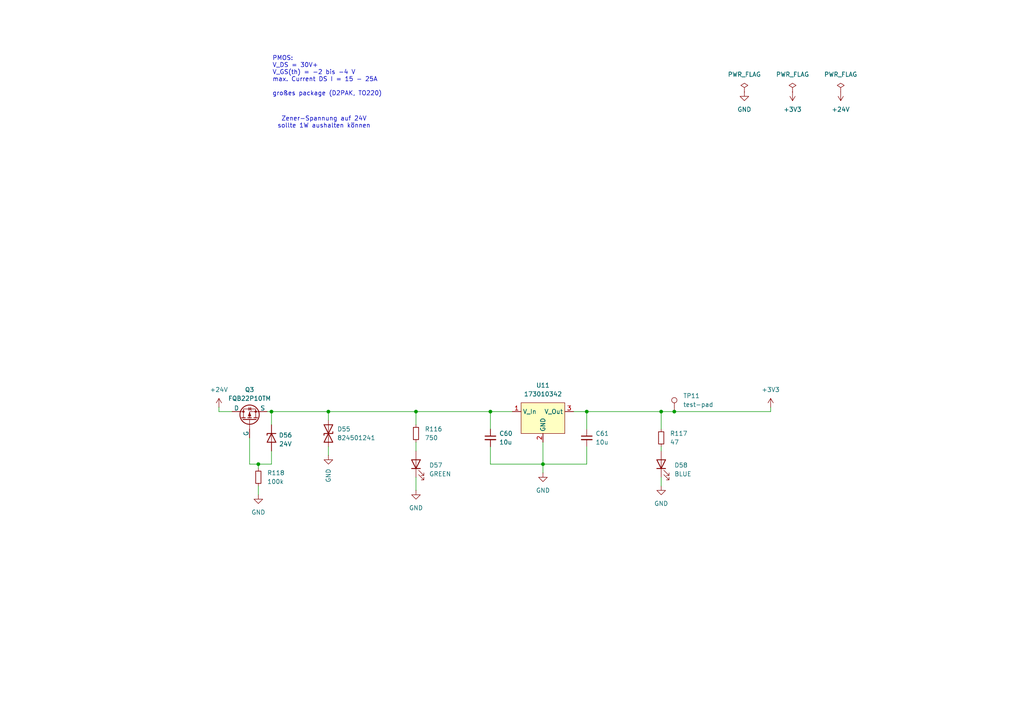
<source format=kicad_sch>
(kicad_sch (version 20231120) (generator "eeschema") (generator_version "8.0")
  (paper "A4")
  (title_block (title "PDU FT25") (date "2024-11-23") (rev "V1.1") (company "Janek Herm") (comment 1 "FaSTTUBe Electronics"))
  (lib_symbols
    (symbol "Connector:TestPoint" (pin_numbers hide) (pin_names (offset 0.762) hide)
      (property "Reference" "TP" (at 0 6.858 0))
      (property "Value" "TestPoint" (at 0 5.08 0))
      (symbol "TestPoint_0_1"
        (circle (center 0 3.302) (radius 0.762))
      )
      (symbol "TestPoint_1_1"
        (pin passive line (at 0 0 90) (length 2.54) (name "1") (number "1"))
      )
    )
    (symbol "Device:C_Small" (pin_numbers hide) (pin_names (offset 0.254) hide)
      (property "Reference" "C" (at 0.254 1.778 0))
      (property "Value" "C_Small" (at 0.254 -2.032 0))
      (symbol "C_Small_0_1"
        (polyline (pts (xy -1.524 -0.508) (xy 1.524 -0.508)) (stroke (width 0.3302)))
        (polyline (pts (xy -1.524 0.508) (xy 1.524 0.508)) (stroke (width 0.3048)))
      )
      (symbol "C_Small_1_1"
        (pin passive line (at 0 2.54 270) (length 2.032) (name "~") (number "1"))
        (pin passive line (at 0 -2.54 90) (length 2.032) (name "~") (number "2"))
      )
    )
    (symbol "Device:D_TVS" (pin_numbers hide) (pin_names (offset 1.016) hide)
      (property "Reference" "D" (at 0 2.54 0))
      (property "Value" "D_TVS" (at 0 -2.54 0))
      (symbol "D_TVS_0_1"
        (polyline (pts (xy 1.27 0) (xy -1.27 0)))
        (polyline (pts (xy 0.508 1.27) (xy 0 1.27) (xy 0 -1.27) (xy -0.508 -1.27)) (stroke (width 0.254)))
        (polyline (pts (xy -2.54 1.27) (xy -2.54 -1.27) (xy 2.54 1.27) (xy 2.54 -1.27) (xy -2.54 1.27)) (stroke (width 0.254)))
      )
      (symbol "D_TVS_1_1"
        (pin passive line (at -3.81 0 0) (length 2.54) (name "A1") (number "1"))
        (pin passive line (at 3.81 0 180) (length 2.54) (name "A2") (number "2"))
      )
    )
    (symbol "Device:D_Zener" (pin_numbers hide) (pin_names (offset 1.016) hide)
      (property "Reference" "D" (at 0 2.54 0))
      (property "Value" "D_Zener" (at 0 -2.54 0))
      (symbol "D_Zener_0_1"
        (polyline (pts (xy 1.27 0) (xy -1.27 0)))
        (polyline (pts (xy -1.27 -1.27) (xy -1.27 1.27) (xy -0.762 1.27)) (stroke (width 0.254)))
        (polyline (pts (xy 1.27 -1.27) (xy 1.27 1.27) (xy -1.27 0) (xy 1.27 -1.27)) (stroke (width 0.254)))
      )
      (symbol "D_Zener_1_1"
        (pin passive line (at -3.81 0 0) (length 2.54) (name "K") (number "1"))
        (pin passive line (at 3.81 0 180) (length 2.54) (name "A") (number "2"))
      )
    )
    (symbol "Device:LED" (pin_numbers hide) (pin_names (offset 1.016) hide)
      (property "Reference" "D" (at 0 2.54 0))
      (property "Value" "LED" (at 0 -2.54 0))
      (symbol "LED_0_1"
        (polyline (pts (xy -1.27 -1.27) (xy -1.27 1.27)) (stroke (width 0.254)))
        (polyline (pts (xy -1.27 0) (xy 1.27 0)))
        (polyline (pts (xy 1.27 -1.27) (xy 1.27 1.27) (xy -1.27 0) (xy 1.27 -1.27)) (stroke (width 0.254)))
        (polyline (pts (xy -3.048 -0.762) (xy -4.572 -2.286) (xy -3.81 -2.286) (xy -4.572 -2.286) (xy -4.572 -1.524)))
        (polyline (pts (xy -1.778 -0.762) (xy -3.302 -2.286) (xy -2.54 -2.286) (xy -3.302 -2.286) (xy -3.302 -1.524)))
      )
      (symbol "LED_1_1"
        (pin passive line (at -3.81 0 0) (length 2.54) (name "K") (number "1"))
        (pin passive line (at 3.81 0 180) (length 2.54) (name "A") (number "2"))
      )
    )
    (symbol "Device:R_Small" (pin_numbers hide) (pin_names (offset 0.254) hide)
      (property "Reference" "R" (at 0.762 0.508 0))
      (property "Value" "R_Small" (at 0.762 -1.016 0))
      (symbol "R_Small_0_1"
        (rectangle (start -0.762 1.778) (end 0.762 -1.778) (stroke (width 0.2032)))
      )
      (symbol "R_Small_1_1"
        (pin passive line (at 0 2.54 270) (length 0.762) (name "~") (number "1"))
        (pin passive line (at 0 -2.54 90) (length 0.762) (name "~") (number "2"))
      )
    )
    (symbol "FaSTTUBe_Voltage_Regulators:MagI3C-WPME-FDSM"
      (property "Reference" "U" (at 0 6.858 0))
      (property "Value" "WPME-FDSM" (at -0.254 4.826 0))
      (symbol "MagI3C-WPME-FDSM_1_1"
        (rectangle (start -6.35 3.81) (end 6.35 -5.08) (fill (type background)))
        (pin input line (at -8.89 1.27 0) (length 2.54) (name "V_In") (number "1"))
        (pin power_in line (at 0 -7.62 90) (length 2.54) (name "GND") (number "2"))
        (pin passive line (at 8.89 1.27 180) (length 2.54) (name "V_Out") (number "3"))
      )
    )
    (symbol "Simulation_SPICE:PMOS" (pin_numbers hide) (pin_names (offset 0))
      (property "Reference" "Q" (at 5.08 1.27 0))
      (property "Value" "PMOS" (at 5.08 -1.27 0))
      (symbol "PMOS_0_1"
        (polyline (pts (xy 0.254 0) (xy -2.54 0)))
        (polyline (pts (xy 0.254 1.905) (xy 0.254 -1.905)) (stroke (width 0.254)))
        (polyline (pts (xy 0.762 -1.27) (xy 0.762 -2.286)) (stroke (width 0.254)))
        (polyline (pts (xy 0.762 0.508) (xy 0.762 -0.508)) (stroke (width 0.254)))
        (polyline (pts (xy 0.762 2.286) (xy 0.762 1.27)) (stroke (width 0.254)))
        (polyline (pts (xy 2.54 2.54) (xy 2.54 1.778)))
        (polyline (pts (xy 2.54 -2.54) (xy 2.54 0) (xy 0.762 0)))
        (polyline (pts (xy 0.762 1.778) (xy 3.302 1.778) (xy 3.302 -1.778) (xy 0.762 -1.778)))
        (polyline (pts (xy 2.286 0) (xy 1.27 0.381) (xy 1.27 -0.381) (xy 2.286 0)) (fill (type outline)))
        (polyline (pts (xy 2.794 -0.508) (xy 2.921 -0.381) (xy 3.683 -0.381) (xy 3.81 -0.254)))
        (polyline (pts (xy 3.302 -0.381) (xy 2.921 0.254) (xy 3.683 0.254) (xy 3.302 -0.381)))
        (circle (center 1.651 0) (radius 2.794) (stroke (width 0.254)))
        (circle (center 2.54 -1.778) (radius 0.254) (fill (type outline)))
        (circle (center 2.54 1.778) (radius 0.254) (fill (type outline)))
      )
      (symbol "PMOS_1_1"
        (pin passive line (at 2.54 5.08 270) (length 2.54) (name "D") (number "1"))
        (pin input line (at -5.08 0 0) (length 2.54) (name "G") (number "2"))
        (pin passive line (at 2.54 -5.08 90) (length 2.54) (name "S") (number "3"))
      )
    )
    (symbol "power:+24V" (power) (pin_numbers hide) (pin_names (offset 0) hide)
      (property "Value" "+24V" (at 0 3.556 0))
      (symbol "+24V_0_1"
        (polyline (pts (xy -0.762 1.27) (xy 0 2.54)))
        (polyline (pts (xy 0 0) (xy 0 2.54)))
        (polyline (pts (xy 0 2.54) (xy 0.762 1.27)))
      )
      (symbol "+24V_1_1"
        (pin power_in line (at 0 0 90) (length 0) (name "~") (number "1"))
      )
    )
    (symbol "power:+3.3V" (power) (pin_numbers hide) (pin_names (offset 0) hide)
      (property "Value" "+3.3V" (at 0 3.556 0))
      (symbol "+3.3V_0_1"
        (polyline (pts (xy -0.762 1.27) (xy 0 2.54)))
        (polyline (pts (xy 0 0) (xy 0 2.54)))
        (polyline (pts (xy 0 2.54) (xy 0.762 1.27)))
      )
      (symbol "+3.3V_1_1"
        (pin power_in line (at 0 0 90) (length 0) (name "~") (number "1"))
      )
    )
    (symbol "power:GND" (power) (pin_numbers hide) (pin_names (offset 0) hide)
      (property "Value" "GND" (at 0 -3.81 0))
      (symbol "GND_0_1"
        (polyline (pts (xy 0 0) (xy 0 -1.27) (xy 1.27 -1.27) (xy 0 -2.54) (xy -1.27 -1.27) (xy 0 -1.27)))
      )
      (symbol "GND_1_1"
        (pin power_in line (at 0 0 270) (length 0) (name "~") (number "1"))
      )
    )
    (symbol "power:PWR_FLAG" (power) (pin_numbers hide) (pin_names (offset 0) hide)
      (property "Value" "PWR_FLAG" (at 0 3.81 0))
      (symbol "PWR_FLAG_0_0"
        (pin power_out line (at 0 0 90) (length 0) (name "~") (number "1"))
      )
      (symbol "PWR_FLAG_0_1"
        (polyline (pts (xy 0 0) (xy 0 1.27) (xy -1.016 1.905) (xy 0 2.54) (xy 1.016 1.905) (xy 0 1.27)))
      )
    )
  )
  (junction (at 95.25 119.38))
  (junction (at 157.48 134.62))
  (junction (at 142.24 119.38))
  (junction (at 195.58 119.38))
  (junction (at 120.65 119.38))
  (junction (at 191.77 119.38))
  (junction (at 78.74 119.38))
  (junction (at 170.18 119.38))
  (junction (at 74.93 134.62))
  (wire (pts (xy 142.24 134.62) (xy 157.48 134.62)))
  (wire (pts (xy 157.48 134.62) (xy 157.48 137.16)))
  (wire (pts (xy 142.24 119.38) (xy 148.59 119.38)))
  (wire (pts (xy 72.39 134.62) (xy 74.93 134.62)))
  (wire (pts (xy 142.24 119.38) (xy 142.24 124.46)))
  (wire (pts (xy 170.18 119.38) (xy 191.77 119.38)))
  (wire (pts (xy 157.48 128.27) (xy 157.48 134.62)))
  (wire (pts (xy 120.65 119.38) (xy 142.24 119.38)))
  (wire (pts (xy 74.93 135.89) (xy 74.93 134.62)))
  (wire (pts (xy 95.25 119.38) (xy 95.25 121.92)))
  (wire (pts (xy 72.39 127) (xy 72.39 134.62)))
  (wire (pts (xy 95.25 119.38) (xy 120.65 119.38)))
  (wire (pts (xy 74.93 140.97) (xy 74.93 143.51)))
  (wire (pts (xy 166.37 119.38) (xy 170.18 119.38)))
  (wire (pts (xy 63.5 119.38) (xy 67.31 119.38)))
  (wire (pts (xy 191.77 129.54) (xy 191.77 130.81)))
  (wire (pts (xy 170.18 119.38) (xy 170.18 124.46)))
  (wire (pts (xy 78.74 130.81) (xy 78.74 134.62)))
  (wire (pts (xy 120.65 138.43) (xy 120.65 142.24)))
  (wire (pts (xy 191.77 138.43) (xy 191.77 140.97)))
  (wire (pts (xy 170.18 129.54) (xy 170.18 134.62)))
  (wire (pts (xy 223.52 119.38) (xy 223.52 118.11)))
  (wire (pts (xy 120.65 128.27) (xy 120.65 130.81)))
  (wire (pts (xy 195.58 119.38) (xy 223.52 119.38)))
  (wire (pts (xy 63.5 119.38) (xy 63.5 118.11)))
  (wire (pts (xy 157.48 134.62) (xy 170.18 134.62)))
  (wire (pts (xy 95.25 132.08) (xy 95.25 129.54)))
  (wire (pts (xy 191.77 119.38) (xy 195.58 119.38)))
  (wire (pts (xy 78.74 134.62) (xy 74.93 134.62)))
  (wire (pts (xy 78.74 119.38) (xy 78.74 123.19)))
  (wire (pts (xy 120.65 119.38) (xy 120.65 123.19)))
  (wire (pts (xy 191.77 119.38) (xy 191.77 124.46)))
  (wire (pts (xy 77.47 119.38) (xy 78.74 119.38)))
  (wire (pts (xy 78.74 119.38) (xy 95.25 119.38)))
  (wire (pts (xy 142.24 129.54) (xy 142.24 134.62)))
  (text "Zener-Spannung auf 24V\nsollte 1W aushalten können" (at 93.98 35.56 0) (effects (font (size 1.27 1.27))))
  (text "PMOS:\nV_DS = 30V+\nV_GS(th) = -2 bis -4 V\nmax. Current DS I = 15 - 25A\n\ngroßes package (D2PAK, TO220)" (at 78.994 22.098 0) (effects (font (size 1.27 1.27)) (justify left)))
  (symbol (lib_id "Device:R_Small") (at 74.93 138.43 0) (unit 1)
    (property "Reference" "R118" (at 77.47 137.1599 0) (effects (justify left)))
    (property "Value" "100k" (at 77.47 139.6999 0) (effects (justify left)))
    (property "Footprint" "Resistor_SMD:R_0603_1608Metric" (effects (hide yes)))
    (property "Description" "Resistor, small symbol" (effects (hide yes)))
  )
  (symbol (lib_id "power:PWR_FLAG") (at 243.84 26.67 0) (unit 1)
    (property "Reference" "#FLG03" (effects (hide yes)))
    (property "Value" "PWR_FLAG" (at 243.84 21.59 0))
    (property "Description" "Special symbol for telling ERC where power comes from" (effects (hide yes)))
  )
  (symbol (lib_id "power:+3.3V") (at 223.52 118.11 0) (unit 1)
    (property "Reference" "#PWR0172" (effects (hide yes)))
    (property "Value" "+3V3" (at 223.52 113.03 0))
    (property "Description" "Power symbol creates a global label with name \"+3.3V\"" (effects (hide yes)))
  )
  (symbol (lib_id "Device:LED") (at 120.65 134.62 90) (unit 1)
    (property "Reference" "D57" (at 124.46 134.9374 90) (effects (justify right)))
    (property "Value" "GREEN" (at 124.46 137.4774 90) (effects (justify right)))
    (property "Footprint" "LED_SMD:LED_0603_1608Metric" (effects (hide yes)))
    (property "Datasheet" "https://www.we-online.com/components/products/datasheet/150060VS75000.pdf" (effects (hide yes)))
    (property "Description" "Light emitting diode" (effects (hide yes)))
    (property "MPR" "150060VS75000" (effects (hide yes)))
  )
  (symbol (lib_id "power:PWR_FLAG") (at 215.9 26.67 0) (unit 1)
    (property "Reference" "#FLG01" (effects (hide yes)))
    (property "Value" "PWR_FLAG" (at 215.9 21.59 0))
    (property "Description" "Special symbol for telling ERC where power comes from" (effects (hide yes)))
  )
  (symbol (lib_id "Device:D_Zener") (at 78.74 127 90) (mirror x) (unit 1)
    (property "Reference" "D56" (at 82.804 126.238 90))
    (property "Value" "24V" (at 82.804 128.778 90))
    (property "Footprint" "3SMAJ5934B-TP:DIOM5226X244N" (effects (hide yes)))
    (property "Datasheet" "https://www.mouser.de/datasheet/2/258/3SMAJ5918B_3SMAJ5956B_SMA_-3423242.pdf" (effects (hide yes)))
    (property "Description" "Zener diode" (effects (hide yes)))
    (property "MPR" "3SMAJ5934B-TP" (effects (hide yes)))
  )
  (symbol (lib_id "Device:C_Small") (at 142.24 127 0) (unit 1)
    (property "Reference" "C60" (at 144.78 125.7362 0) (effects (justify left)))
    (property "Value" "10u" (at 144.78 128.2762 0) (effects (justify left)))
    (property "Footprint" "Capacitor_SMD:C_1206_3216Metric" (effects (hide yes)))
    (property "Description" "50V, X5R" (effects (hide yes)))
  )
  (symbol (lib_id "power:GND") (at 74.93 143.51 0) (unit 1)
    (property "Reference" "#PWR0177" (effects (hide yes)))
    (property "Value" "GND" (at 74.93 148.59 0))
    (property "Description" "Power symbol creates a global label with name \"GND\" , ground" (effects (hide yes)))
  )
  (symbol (lib_id "power:+3.3V") (at 229.87 26.67 180) (unit 1)
    (property "Reference" "#PWR0169" (effects (hide yes)))
    (property "Value" "+3V3" (at 229.87 31.75 0))
    (property "Description" "Power symbol creates a global label with name \"+3.3V\"" (effects (hide yes)))
  )
  (symbol (lib_id "power:GND") (at 215.9 26.67 0) (unit 1)
    (property "Reference" "#PWR0168" (effects (hide yes)))
    (property "Value" "GND" (at 215.9 31.75 0))
    (property "Description" "Power symbol creates a global label with name \"GND\" , ground" (effects (hide yes)))
  )
  (symbol (lib_id "power:PWR_FLAG") (at 229.87 26.67 0) (unit 1)
    (property "Reference" "#FLG02" (effects (hide yes)))
    (property "Value" "PWR_FLAG" (at 229.87 21.59 0))
    (property "Description" "Special symbol for telling ERC where power comes from" (effects (hide yes)))
  )
  (symbol (lib_id "power:GND") (at 120.65 142.24 0) (unit 1)
    (property "Reference" "#PWR0176" (effects (hide yes)))
    (property "Value" "GND" (at 120.65 147.32 0))
    (property "Description" "Power symbol creates a global label with name \"GND\" , ground" (effects (hide yes)))
  )
  (symbol (lib_id "Simulation_SPICE:PMOS") (at 72.39 121.92 90) (unit 1)
    (property "Reference" "Q3" (at 72.39 113.03 90))
    (property "Value" "FQB22P10TM" (at 72.39 115.57 90))
    (property "Footprint" "FQB22P10TM:FQB22P10TM" (effects (hide yes)))
    (property "Datasheet" "https://www.mouser.de/datasheet/2/308/1/FQB22P10_D-2313763.pdf" (effects (hide yes)))
    (property "Description" "P-MOSFET transistor, drain/source/gate" (effects (hide yes)))
    (property "Sim.Device" "PMOS" (effects (hide yes)))
    (property "Sim.Type" "VDMOS" (effects (hide yes)))
    (property "Sim.Pins" "1=D 2=G 3=S" (effects (hide yes)))
  )
  (symbol (lib_id "Device:D_TVS") (at 95.25 125.73 90) (mirror x) (unit 1)
    (property "Reference" "D55" (at 97.79 124.4599 90) (effects (justify right)))
    (property "Value" "824501241" (at 97.79 126.9999 90) (effects (justify right)))
    (property "Footprint" "824501241:DIOM5127X250N" (effects (hide yes)))
    (property "Datasheet" "https://www.we-online.com/components/products/datasheet/824501241.pdf" (effects (hide yes)))
    (property "Description" "Bidirectional transient-voltage-suppression diode" (effects (hide yes)))
  )
  (symbol (lib_id "Device:LED") (at 191.77 134.62 90) (unit 1)
    (property "Reference" "D58" (at 195.58 134.9374 90) (effects (justify right)))
    (property "Value" "BLUE" (at 195.58 137.4774 90) (effects (justify right)))
    (property "Footprint" "LED_SMD:LED_0603_1608Metric" (effects (hide yes)))
    (property "Datasheet" "https://www.we-online.com/components/products/datasheet/150060BS75000.pdf" (effects (hide yes)))
    (property "Description" "Light emitting diode" (effects (hide yes)))
    (property "MPR" "150060BS75000" (effects (hide yes)))
  )
  (symbol (lib_id "Connector:TestPoint") (at 195.58 119.38 0) (unit 1)
    (property "Reference" "TP11" (at 198.12 114.8079 0) (effects (justify left)))
    (property "Value" "test-pad" (at 198.12 117.3479 0) (effects (justify left)))
    (property "Footprint" "5025:5025" (effects (hide yes)))
    (property "Description" "test point" (effects (hide yes)))
  )
  (symbol (lib_id "power:+24V") (at 243.84 26.67 180) (unit 1)
    (property "Reference" "#PWR0170" (effects (hide yes)))
    (property "Value" "+24V" (at 243.84 31.75 0))
    (property "Description" "Power symbol creates a global label with name \"+24V\"" (effects (hide yes)))
  )
  (symbol (lib_id "power:+24V") (at 63.5 118.11 0) (unit 1)
    (property "Reference" "#PWR0171" (effects (hide yes)))
    (property "Value" "+24V" (at 63.5 113.03 0))
    (property "Description" "Power symbol creates a global label with name \"+24V\"" (effects (hide yes)))
  )
  (symbol (lib_id "FaSTTUBe_Voltage_Regulators:MagI3C-WPME-FDSM") (at 157.48 120.65 0) (unit 1)
    (property "Reference" "U11" (at 157.48 111.76 0))
    (property "Value" "173010342" (at 157.48 114.3 0))
    (property "Footprint" "173010342:173010342" (effects (hide yes)))
    (property "Datasheet" "https://www.we-online.com/components/products/datasheet/173010342.pdf" (effects (hide yes)))
  )
  (symbol (lib_id "Device:R_Small") (at 120.65 125.73 0) (unit 1)
    (property "Reference" "R116" (at 123.19 124.4599 0) (effects (justify left)))
    (property "Value" "750" (at 123.19 126.9999 0) (effects (justify left)))
    (property "Footprint" "Resistor_SMD:R_0603_1608Metric" (effects (hide yes)))
    (property "Description" "Resistor, small symbol" (effects (hide yes)))
  )
  (symbol (lib_id "power:GND") (at 95.25 132.08 0) (mirror y) (unit 1)
    (property "Reference" "#PWR0173" (effects (hide yes)))
    (property "Value" "GND" (at 95.2501 135.89 90) (effects (justify right)))
    (property "Description" "Power symbol creates a global label with name \"GND\" , ground" (effects (hide yes)))
  )
  (symbol (lib_id "Device:C_Small") (at 170.18 127 0) (unit 1)
    (property "Reference" "C61" (at 172.72 125.7362 0) (effects (justify left)))
    (property "Value" "10u" (at 172.72 128.2762 0) (effects (justify left)))
    (property "Footprint" "Capacitor_SMD:C_1206_3216Metric" (effects (hide yes)))
    (property "Description" "50V, X5R" (effects (hide yes)))
  )
  (symbol (lib_id "Device:R_Small") (at 191.77 127 0) (unit 1)
    (property "Reference" "R117" (at 194.31 125.7299 0) (effects (justify left)))
    (property "Value" "47" (at 194.31 128.2699 0) (effects (justify left)))
    (property "Footprint" "Resistor_SMD:R_0603_1608Metric" (effects (hide yes)))
    (property "Description" "Resistor, small symbol" (effects (hide yes)))
  )
  (symbol (lib_id "power:GND") (at 191.77 140.97 0) (unit 1)
    (property "Reference" "#PWR0175" (effects (hide yes)))
    (property "Value" "GND" (at 191.77 146.05 0))
    (property "Description" "Power symbol creates a global label with name \"GND\" , ground" (effects (hide yes)))
  )
  (symbol (lib_id "power:GND") (at 157.48 137.16 0) (unit 1)
    (property "Reference" "#PWR0174" (effects (hide yes)))
    (property "Value" "GND" (at 157.48 142.24 0))
    (property "Description" "Power symbol creates a global label with name \"GND\" , ground" (effects (hide yes)))
  )
)
</source>
